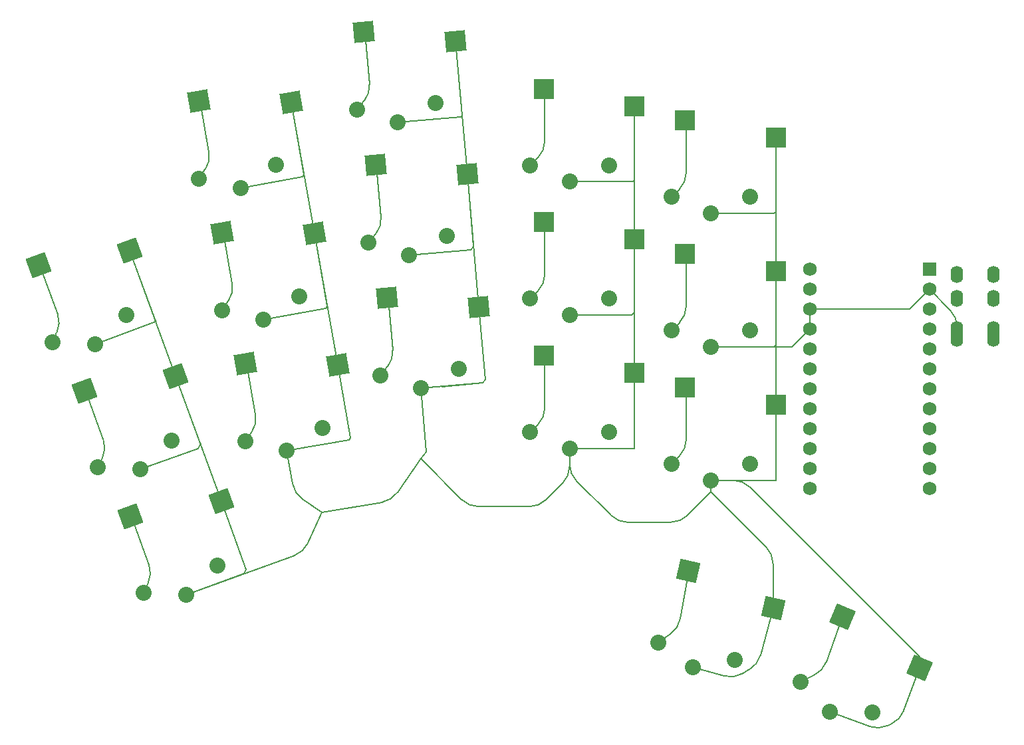
<source format=gbr>
%TF.GenerationSoftware,KiCad,Pcbnew,7.0.9*%
%TF.CreationDate,2023-12-28T22:45:01+01:00*%
%TF.ProjectId,pcb3,70636233-2e6b-4696-9361-645f70636258,v1.0.0*%
%TF.SameCoordinates,Original*%
%TF.FileFunction,Copper,L2,Bot*%
%TF.FilePolarity,Positive*%
%FSLAX46Y46*%
G04 Gerber Fmt 4.6, Leading zero omitted, Abs format (unit mm)*
G04 Created by KiCad (PCBNEW 7.0.9) date 2023-12-28 22:45:01*
%MOMM*%
%LPD*%
G01*
G04 APERTURE LIST*
G04 Aperture macros list*
%AMRotRect*
0 Rectangle, with rotation*
0 The origin of the aperture is its center*
0 $1 length*
0 $2 width*
0 $3 Rotation angle, in degrees counterclockwise*
0 Add horizontal line*
21,1,$1,$2,0,0,$3*%
G04 Aperture macros list end*
%TA.AperFunction,ComponentPad*%
%ADD10C,2.032000*%
%TD*%
%TA.AperFunction,SMDPad,CuDef*%
%ADD11R,2.600000X2.600000*%
%TD*%
%TA.AperFunction,SMDPad,CuDef*%
%ADD12RotRect,2.600000X2.600000X5.000000*%
%TD*%
%TA.AperFunction,SMDPad,CuDef*%
%ADD13RotRect,2.600000X2.600000X20.000000*%
%TD*%
%TA.AperFunction,SMDPad,CuDef*%
%ADD14RotRect,2.600000X2.600000X337.000000*%
%TD*%
%TA.AperFunction,SMDPad,CuDef*%
%ADD15RotRect,2.600000X2.600000X10.000000*%
%TD*%
%TA.AperFunction,ComponentPad*%
%ADD16O,1.600000X2.200000*%
%TD*%
%TA.AperFunction,ComponentPad*%
%ADD17R,1.752600X1.752600*%
%TD*%
%TA.AperFunction,ComponentPad*%
%ADD18C,1.752600*%
%TD*%
%TA.AperFunction,SMDPad,CuDef*%
%ADD19RotRect,2.600000X2.600000X347.000000*%
%TD*%
%TA.AperFunction,Conductor*%
%ADD20C,0.200000*%
%TD*%
G04 APERTURE END LIST*
D10*
%TO.P,S23,1*%
%TO.N,P3*%
X105884449Y-56144949D03*
X96036371Y-57881430D03*
%TO.P,S23,2*%
%TO.N,GND*%
X101325071Y-59081286D03*
X101325071Y-59081286D03*
%TD*%
D11*
%TO.P,S11,1*%
%TO.N,P8*%
X139957188Y-63430688D03*
%TO.P,S11,2*%
%TO.N,GND*%
X151507188Y-65630688D03*
%TD*%
%TO.P,S14,1*%
%TO.N,P0*%
X157957186Y-67464025D03*
%TO.P,S14,2*%
%TO.N,GND*%
X169507186Y-69664025D03*
%TD*%
D12*
%TO.P,S8,1*%
%TO.N,P5*%
X118522023Y-56152549D03*
%TO.P,S8,2*%
%TO.N,GND*%
X130219814Y-57337528D03*
%TD*%
D13*
%TO.P,S2,1*%
%TO.N,P15*%
X81468262Y-84911603D03*
%TO.P,S2,2*%
%TO.N,GND*%
X93074156Y-83028594D03*
%TD*%
D10*
%TO.P,S21,1*%
%TO.N,P19*%
X111788487Y-89628413D03*
X101940409Y-91364894D03*
%TO.P,S21,2*%
%TO.N,GND*%
X107229109Y-92564750D03*
X107229109Y-92564750D03*
%TD*%
%TO.P,S32,1*%
%TO.N,P1*%
X166232192Y-60214023D03*
X156232192Y-60214023D03*
%TO.P,S32,2*%
%TO.N,GND*%
X161232192Y-62314023D03*
X161232192Y-62314023D03*
%TD*%
%TO.P,S19,1*%
%TO.N,P15*%
X92578915Y-91243389D03*
X83181988Y-94663591D03*
%TO.P,S19,2*%
%TO.N,GND*%
X88598694Y-94926844D03*
X88598694Y-94926844D03*
%TD*%
D11*
%TO.P,S12,1*%
%TO.N,P9*%
X139957191Y-46430688D03*
%TO.P,S12,2*%
%TO.N,GND*%
X151507191Y-48630688D03*
%TD*%
D14*
%TO.P,S17,1*%
%TO.N,P10*%
X178005392Y-113656372D03*
%TO.P,S17,2*%
%TO.N,GND*%
X187777614Y-120194427D03*
%TD*%
D15*
%TO.P,S4,1*%
%TO.N,P19*%
X101946133Y-81463476D03*
%TO.P,S4,2*%
%TO.N,GND*%
X113702688Y-81624416D03*
%TD*%
D10*
%TO.P,S33,1*%
%TO.N,P16*%
X164249222Y-119241390D03*
X154505522Y-116991879D03*
%TO.P,S33,2*%
%TO.N,GND*%
X158904975Y-120162811D03*
X158904975Y-120162811D03*
%TD*%
D12*
%TO.P,S9,1*%
%TO.N,P6*%
X117040378Y-39217239D03*
%TO.P,S9,2*%
%TO.N,GND*%
X128738169Y-40402218D03*
%TD*%
D10*
%TO.P,S24,1*%
%TO.N,P4*%
X129096955Y-82079544D03*
X119135008Y-82951102D03*
%TO.P,S24,2*%
%TO.N,GND*%
X124299009Y-84607332D03*
X124299009Y-84607332D03*
%TD*%
D16*
%TO.P,TRRS1,1*%
%TO.N,GND*%
X192582183Y-78214024D03*
X197182183Y-78214024D03*
%TO.P,TRRS1,2*%
X192582183Y-77114024D03*
X197182183Y-77114024D03*
%TO.P,TRRS1,3*%
%TO.N,P21*%
X192582183Y-73114024D03*
X197182183Y-73114024D03*
%TO.P,TRRS1,4*%
%TO.N,VCC*%
X192582183Y-70114024D03*
X197182183Y-70114024D03*
%TD*%
D10*
%TO.P,S29,1*%
%TO.N,P9*%
X148232191Y-56180688D03*
X138232191Y-56180688D03*
%TO.P,S29,2*%
%TO.N,GND*%
X143232191Y-58280688D03*
X143232191Y-58280688D03*
%TD*%
D11*
%TO.P,S13,1*%
%TO.N,P2*%
X157957193Y-84464035D03*
%TO.P,S13,2*%
%TO.N,GND*%
X169507193Y-86664035D03*
%TD*%
D17*
%TO.P,MCU1,1*%
%TO.N,RAW*%
X189052185Y-69444021D03*
D18*
%TO.P,MCU1,2*%
%TO.N,GND*%
X189052185Y-71984021D03*
%TO.P,MCU1,3*%
%TO.N,RST*%
X189052185Y-74524021D03*
%TO.P,MCU1,4*%
%TO.N,VCC*%
X189052185Y-77064021D03*
%TO.P,MCU1,5*%
%TO.N,P21*%
X189052185Y-79604021D03*
%TO.P,MCU1,6*%
%TO.N,P20*%
X189052185Y-82144021D03*
%TO.P,MCU1,7*%
%TO.N,P19*%
X189052185Y-84684021D03*
%TO.P,MCU1,8*%
%TO.N,P18*%
X189052185Y-87224021D03*
%TO.P,MCU1,9*%
%TO.N,P15*%
X189052185Y-89764021D03*
%TO.P,MCU1,10*%
%TO.N,P14*%
X189052185Y-92304021D03*
%TO.P,MCU1,11*%
%TO.N,P16*%
X189052185Y-94844021D03*
%TO.P,MCU1,12*%
%TO.N,P10*%
X189052185Y-97384021D03*
%TO.P,MCU1,13*%
%TO.N,P1*%
X173812185Y-69444021D03*
%TO.P,MCU1,14*%
%TO.N,P0*%
X173812185Y-71984021D03*
%TO.P,MCU1,15*%
%TO.N,GND*%
X173812185Y-74524021D03*
%TO.P,MCU1,16*%
X173812185Y-77064021D03*
%TO.P,MCU1,17*%
%TO.N,P2*%
X173812185Y-79604021D03*
%TO.P,MCU1,18*%
%TO.N,P3*%
X173812185Y-82144021D03*
%TO.P,MCU1,19*%
%TO.N,P4*%
X173812185Y-84684021D03*
%TO.P,MCU1,20*%
%TO.N,P5*%
X173812185Y-87224021D03*
%TO.P,MCU1,21*%
%TO.N,P6*%
X173812185Y-89764021D03*
%TO.P,MCU1,22*%
%TO.N,P7*%
X173812185Y-92304021D03*
%TO.P,MCU1,23*%
%TO.N,P8*%
X173812185Y-94844021D03*
%TO.P,MCU1,24*%
%TO.N,P9*%
X173812185Y-97384021D03*
%TD*%
D10*
%TO.P,S30,1*%
%TO.N,P2*%
X166232193Y-94214035D03*
X156232193Y-94214035D03*
%TO.P,S30,2*%
%TO.N,GND*%
X161232193Y-96314035D03*
X161232193Y-96314035D03*
%TD*%
D13*
%TO.P,S1,1*%
%TO.N,P14*%
X87282607Y-100886380D03*
%TO.P,S1,2*%
%TO.N,GND*%
X98888501Y-99003371D03*
%TD*%
D10*
%TO.P,S18,1*%
%TO.N,P14*%
X98393260Y-107218166D03*
X88996333Y-110638368D03*
%TO.P,S18,2*%
%TO.N,GND*%
X94413039Y-110901621D03*
X94413039Y-110901621D03*
%TD*%
%TO.P,S27,1*%
%TO.N,P7*%
X148232192Y-90180695D03*
X138232192Y-90180695D03*
%TO.P,S27,2*%
%TO.N,GND*%
X143232192Y-92280695D03*
X143232192Y-92280695D03*
%TD*%
D15*
%TO.P,S6,1*%
%TO.N,P3*%
X96042095Y-47980012D03*
%TO.P,S6,2*%
%TO.N,GND*%
X107798650Y-48140952D03*
%TD*%
D10*
%TO.P,S20,1*%
%TO.N,P18*%
X86764572Y-75268616D03*
X77367645Y-78688818D03*
%TO.P,S20,2*%
%TO.N,GND*%
X82784351Y-78952071D03*
X82784351Y-78952071D03*
%TD*%
D19*
%TO.P,S16,1*%
%TO.N,P16*%
X158379583Y-107879811D03*
%TO.P,S16,2*%
%TO.N,GND*%
X169138665Y-112621610D03*
%TD*%
D10*
%TO.P,S28,1*%
%TO.N,P8*%
X148232188Y-73180688D03*
X138232188Y-73180688D03*
%TO.P,S28,2*%
%TO.N,GND*%
X143232188Y-75280688D03*
X143232188Y-75280688D03*
%TD*%
%TO.P,S34,1*%
%TO.N,P10*%
X181812941Y-125864594D03*
X172607892Y-121957283D03*
%TO.P,S34,2*%
%TO.N,GND*%
X176389881Y-125843999D03*
X176389881Y-125843999D03*
%TD*%
D11*
%TO.P,S10,1*%
%TO.N,P7*%
X139957192Y-80430695D03*
%TO.P,S10,2*%
%TO.N,GND*%
X151507192Y-82630695D03*
%TD*%
D13*
%TO.P,S3,1*%
%TO.N,P18*%
X75653919Y-68936830D03*
%TO.P,S3,2*%
%TO.N,GND*%
X87259813Y-67053821D03*
%TD*%
D10*
%TO.P,S25,1*%
%TO.N,P5*%
X127615302Y-65144233D03*
X117653355Y-66015791D03*
%TO.P,S25,2*%
%TO.N,GND*%
X122817356Y-67672021D03*
X122817356Y-67672021D03*
%TD*%
%TO.P,S26,1*%
%TO.N,P6*%
X126133657Y-48208923D03*
X116171710Y-49080481D03*
%TO.P,S26,2*%
%TO.N,GND*%
X121335711Y-50736711D03*
X121335711Y-50736711D03*
%TD*%
%TO.P,S22,1*%
%TO.N,P20*%
X108836465Y-72886681D03*
X98988387Y-74623162D03*
%TO.P,S22,2*%
%TO.N,GND*%
X104277087Y-75823018D03*
X104277087Y-75823018D03*
%TD*%
D12*
%TO.P,S7,1*%
%TO.N,P4*%
X120003676Y-73087860D03*
%TO.P,S7,2*%
%TO.N,GND*%
X131701467Y-74272839D03*
%TD*%
D11*
%TO.P,S15,1*%
%TO.N,P1*%
X157957192Y-50464023D03*
%TO.P,S15,2*%
%TO.N,GND*%
X169507192Y-52664023D03*
%TD*%
D15*
%TO.P,S5,1*%
%TO.N,P20*%
X98994111Y-64721744D03*
%TO.P,S5,2*%
%TO.N,GND*%
X110750666Y-64882684D03*
%TD*%
D10*
%TO.P,S31,1*%
%TO.N,P0*%
X166232186Y-77214025D03*
X156232186Y-77214025D03*
%TO.P,S31,2*%
%TO.N,GND*%
X161232186Y-79314025D03*
X161232186Y-79314025D03*
%TD*%
D20*
%TO.N,GND*%
X161232186Y-79314025D02*
X171562181Y-79314025D01*
X171562181Y-79314025D02*
X173812185Y-77064021D01*
X169507185Y-69664022D02*
X169507186Y-79081132D01*
X169507186Y-79081132D02*
X169519840Y-79093786D01*
X169519840Y-79093786D02*
X169299596Y-79314025D01*
X169299596Y-79314025D02*
X161232188Y-79314023D01*
X161232188Y-79314023D02*
X161232186Y-79314025D01*
%TO.N,P14*%
X87282603Y-100886376D02*
X87442819Y-100961088D01*
X87442819Y-100961088D02*
X89677018Y-107099499D01*
X89576859Y-109393417D02*
X88996334Y-110638367D01*
X89576862Y-109393418D02*
G75*
G03*
X89677018Y-107099499I-2718922J1267858D01*
G01*
%TO.N,GND*%
X115167778Y-91164946D02*
X107229105Y-92564754D01*
X187777615Y-118782156D02*
X166188167Y-97192714D01*
X121302946Y-97861766D02*
X124299011Y-93582942D01*
X129398700Y-50031291D02*
X121335709Y-50736711D01*
X151507190Y-92281138D02*
X151506742Y-92280694D01*
X169507188Y-69664024D02*
X169507188Y-70219025D01*
X158904979Y-120162814D02*
X162939462Y-121243849D01*
X161232191Y-97793645D02*
X161232192Y-96314033D01*
X107798649Y-48140954D02*
X109437217Y-57433725D01*
X173812185Y-77064021D02*
X173707746Y-77064021D01*
X168259992Y-104821442D02*
X161232191Y-97793645D01*
X169507192Y-86664031D02*
X169507191Y-96281136D01*
X138128314Y-99654886D02*
X131613592Y-99654885D01*
X169507192Y-52664028D02*
X169507190Y-62081136D01*
X169507192Y-69664023D02*
X169507188Y-69664024D01*
X173841116Y-74524021D02*
X173904431Y-74460706D01*
X169499585Y-96314030D02*
X161232190Y-96314030D01*
X169507191Y-96281136D02*
X169519838Y-96293786D01*
X131701467Y-74272840D02*
X131689293Y-74133675D01*
X132509294Y-83506355D02*
X132162757Y-83919345D01*
X151132932Y-75280687D02*
X143232191Y-75280689D01*
X191703511Y-74635348D02*
X189052192Y-71984022D01*
X130681114Y-66984031D02*
X122817358Y-67672017D01*
X110750666Y-64882684D02*
X113702685Y-81624412D01*
X151507186Y-74881139D02*
X151519835Y-74893786D01*
X151519837Y-58093787D02*
X151332933Y-58280693D01*
X115341258Y-90917187D02*
X115167778Y-91164946D01*
X131689293Y-74133675D02*
X131308904Y-73814494D01*
X151507188Y-65630689D02*
X151507190Y-82630689D01*
X173812185Y-74524021D02*
X173841116Y-74524021D01*
X102046015Y-107678592D02*
X101796176Y-108214379D01*
X151519835Y-74893786D02*
X151132932Y-75280687D01*
X107798647Y-48140957D02*
X107798649Y-48140954D01*
X130219815Y-57337529D02*
X128738169Y-40402220D01*
X148492275Y-100776206D02*
X144110868Y-96394804D01*
X187777610Y-120194426D02*
X185796766Y-125636761D01*
X93074156Y-83028596D02*
X96193632Y-91599290D01*
X143232190Y-92280692D02*
X143232188Y-94273479D01*
X169507192Y-52664025D02*
X169507192Y-69664023D01*
X169299598Y-62314023D02*
X161232191Y-62314021D01*
X187777610Y-120194426D02*
X187777615Y-118782156D01*
X109263737Y-57681490D02*
X101325071Y-59081287D01*
X96193632Y-91599290D02*
X96264918Y-91632529D01*
X192582184Y-77114020D02*
X192582188Y-76756666D01*
X151507191Y-65630690D02*
X151507186Y-74881139D01*
X173704431Y-77060707D02*
X173812186Y-76952951D01*
X132162755Y-83919343D02*
X132162757Y-83919345D01*
X131027645Y-66571052D02*
X130681114Y-66984031D01*
X186575500Y-74460707D02*
X189052185Y-71984021D01*
X131701472Y-74272844D02*
X132509294Y-83506355D01*
X130219817Y-57337528D02*
X131027645Y-66571052D01*
X151507192Y-48630688D02*
X151507197Y-58081140D01*
X181423457Y-127676067D02*
X176389881Y-125843998D01*
X113702689Y-81624416D02*
X115341258Y-90917187D01*
X151507197Y-58081140D02*
X151519837Y-58093787D01*
X173904431Y-74460706D02*
X186575500Y-74460707D01*
X131701467Y-74272840D02*
X130219820Y-57337536D01*
X112215757Y-74423220D02*
X104277091Y-75823021D01*
X161232191Y-97793645D02*
X158249634Y-100776204D01*
X169519838Y-96293786D02*
X169499585Y-96314030D01*
X169138670Y-112621610D02*
X169138669Y-106942762D01*
X151332933Y-58280693D02*
X143232189Y-58280686D01*
X156128313Y-101654884D02*
X150613596Y-101654885D01*
X184245545Y-127329621D02*
X183717372Y-127575913D01*
X128738169Y-40402220D02*
X128738169Y-40402218D01*
X164066847Y-96314033D02*
X161232192Y-96314033D01*
X173707746Y-77064021D02*
X173704431Y-77060707D01*
X87259814Y-67053823D02*
X93074155Y-83028594D01*
X90543369Y-76128024D02*
X82784354Y-78952071D01*
X151506742Y-92280694D02*
X143232190Y-92280692D01*
X95981833Y-92239604D02*
X88598701Y-94926846D01*
X96264918Y-91632529D02*
X95981833Y-92239604D01*
X110750665Y-64882684D02*
X112389233Y-74175467D01*
X169507192Y-86664032D02*
X169507190Y-86664037D01*
X142353512Y-96672328D02*
X140249635Y-98776205D01*
X94413036Y-110901619D02*
X108215032Y-105878107D01*
X169507188Y-69664024D02*
X169507192Y-86664032D01*
X151507189Y-48630687D02*
X151507188Y-65630689D01*
X113702685Y-81624412D02*
X113702690Y-81624417D01*
X98888500Y-99003366D02*
X102046015Y-107678592D01*
X130219820Y-57337536D02*
X130219815Y-57337529D01*
X90587379Y-76033633D02*
X90543369Y-76128024D01*
X87259815Y-67053820D02*
X90516099Y-76000396D01*
X107229113Y-92564748D02*
X107965988Y-96743772D01*
X167540066Y-118587687D02*
X169138669Y-112621610D01*
X128738171Y-40402220D02*
X129563434Y-49834980D01*
X101796176Y-108214379D02*
X94413036Y-110901619D01*
X111718520Y-100443992D02*
X119366435Y-99095457D01*
X124299011Y-93582942D02*
X125010129Y-92735465D01*
X125010129Y-92735465D02*
X124299009Y-84607331D01*
X110750666Y-64882684D02*
X107798647Y-48140957D01*
X129563434Y-49834980D02*
X129398700Y-50031291D01*
X169519834Y-62093784D02*
X169299598Y-62314023D01*
X173812186Y-76952951D02*
X173812185Y-74524021D01*
X165215916Y-120944147D02*
X166142284Y-120409305D01*
X109907898Y-104326882D02*
X111718520Y-100443992D01*
X124299009Y-84607331D02*
X132162755Y-83919343D01*
X169507190Y-62081136D02*
X169519834Y-62093784D01*
X90516099Y-76000396D02*
X90587379Y-76033633D01*
X129492271Y-98776204D02*
X124299011Y-93582942D01*
X109199681Y-98680282D02*
X111718520Y-100443992D01*
X112389233Y-74175467D02*
X112215757Y-74423220D01*
X93074156Y-83028595D02*
X98888499Y-99003368D01*
X132162757Y-83919345D02*
X127037545Y-84367741D01*
X87259814Y-67053823D02*
X87259815Y-67053820D01*
X151507193Y-82630689D02*
X151507190Y-92281138D01*
X143232190Y-92280692D02*
X143232190Y-94551008D01*
X109437217Y-57433725D02*
X109263737Y-57681490D01*
X138128314Y-99654899D02*
G75*
G03*
X140249635Y-98776205I-14J2999999D01*
G01*
X129492278Y-98776197D02*
G75*
G03*
X131613592Y-99654885I2121322J2121297D01*
G01*
X184245543Y-127329617D02*
G75*
G03*
X185796766Y-125636761I-1267843J2718917D01*
G01*
X143232204Y-94273479D02*
G75*
G03*
X144110868Y-96394804I2999996J-21D01*
G01*
X156128313Y-101654898D02*
G75*
G03*
X158249634Y-100776204I-13J2999998D01*
G01*
X107965967Y-96743776D02*
G75*
G03*
X109199681Y-98680282I2954433J520976D01*
G01*
X166142274Y-120409287D02*
G75*
G03*
X167540065Y-118587687I-1499974J2598087D01*
G01*
X142353505Y-96672321D02*
G75*
G03*
X143232190Y-94551008I-2121305J2121321D01*
G01*
X93074156Y-83028595D02*
X93074156Y-83028595D01*
X181423452Y-127676079D02*
G75*
G03*
X183717372Y-127575912I1026048J2819079D01*
G01*
X192582186Y-76756666D02*
G75*
G03*
X191703511Y-74635348I-3000086J-34D01*
G01*
X119366432Y-99095438D02*
G75*
G03*
X121302945Y-97861766I-520932J2954438D01*
G01*
X162939461Y-121243854D02*
G75*
G03*
X165215916Y-120944147I776439J2897854D01*
G01*
X108215041Y-105878133D02*
G75*
G03*
X109907898Y-104326882I-1026141J2819133D01*
G01*
X148492281Y-100776200D02*
G75*
G03*
X150613596Y-101654885I2121319J2121300D01*
G01*
X166188138Y-97192743D02*
G75*
G03*
X164066847Y-96314033I-2121338J-2121257D01*
G01*
X169138706Y-106942762D02*
G75*
G03*
X168259992Y-104821442I-3000006J-38D01*
G01*
%TO.N,P15*%
X81468266Y-84911606D02*
X81628476Y-84986315D01*
X83762516Y-93418643D02*
X83181987Y-94663594D01*
X81628476Y-84986315D02*
X83862676Y-91124724D01*
X83762529Y-93418649D02*
G75*
G03*
X83862675Y-91124724I-2718929J1267849D01*
G01*
%TO.N,P18*%
X75653920Y-68936831D02*
X75814133Y-69011542D01*
X77948180Y-77443870D02*
X77367646Y-78688820D01*
X75814133Y-69011542D02*
X78048329Y-75149951D01*
X77948164Y-77443863D02*
G75*
G03*
X78048329Y-75149951I-2718864J1267863D01*
G01*
%TO.N,P19*%
X101946132Y-81463474D02*
X102090941Y-81564870D01*
X102728305Y-90239663D02*
X101940408Y-91364891D01*
X102090941Y-81564870D02*
X103225273Y-87997989D01*
X102728278Y-90239644D02*
G75*
G03*
X103225272Y-87997989I-2457378J1720744D01*
G01*
%TO.N,P20*%
X99138915Y-64823135D02*
X100273250Y-71256259D01*
X99776286Y-73497930D02*
X98988393Y-74623163D01*
X98994110Y-64721744D02*
X99138915Y-64823135D01*
X99776286Y-73497930D02*
G75*
G03*
X100273249Y-71256259I-2457486J1720730D01*
G01*
%TO.N,P3*%
X96186906Y-48081411D02*
X97321238Y-54514527D01*
X96042099Y-47980011D02*
X96186906Y-48081411D01*
X96042099Y-47980011D02*
X96034635Y-47937712D01*
X96824270Y-56756196D02*
X96036375Y-57881434D01*
X96034635Y-47937712D02*
X96256837Y-47620384D01*
X96824278Y-56756202D02*
G75*
G03*
X97321237Y-54514527I-2457378J1720702D01*
G01*
%TO.N,P4*%
X120139098Y-73201490D02*
X120708429Y-79708990D01*
X120017976Y-81898820D02*
X119135008Y-82951106D01*
X120003679Y-73087865D02*
X120139098Y-73201490D01*
X120017991Y-81898833D02*
G75*
G03*
X120708428Y-79708990I-2298091J1928333D01*
G01*
%TO.N,P5*%
X118657444Y-56266178D02*
X119226778Y-62773678D01*
X118536324Y-64963513D02*
X117653361Y-66015788D01*
X118522024Y-56152546D02*
X118657444Y-56266178D01*
X118536296Y-64963490D02*
G75*
G03*
X119226777Y-62773678I-2298096J1928390D01*
G01*
%TO.N,P6*%
X117040379Y-39217243D02*
X117175799Y-39330870D01*
X117175799Y-39330870D02*
X117745130Y-45838372D01*
X117054681Y-48028202D02*
X116171713Y-49080484D01*
X117054648Y-48028174D02*
G75*
G03*
X117745129Y-45838372I-2298048J1928374D01*
G01*
%TO.N,P7*%
X139957193Y-80430690D02*
X140082193Y-80555691D01*
X140082193Y-80555691D02*
X140082190Y-87088051D01*
X139203511Y-89209368D02*
X138232191Y-90180692D01*
X139203535Y-89209392D02*
G75*
G03*
X140082190Y-87088051I-2121335J2121292D01*
G01*
%TO.N,P8*%
X139203511Y-72209364D02*
X138232194Y-73180690D01*
X139957190Y-63430689D02*
X140082188Y-63555688D01*
X140082188Y-63555688D02*
X140082187Y-70088048D01*
X139203535Y-72209388D02*
G75*
G03*
X140082187Y-70088048I-2121335J2121288D01*
G01*
%TO.N,P9*%
X140082192Y-46555690D02*
X140082187Y-53088046D01*
X139957193Y-46430691D02*
X140082192Y-46555690D01*
X139203510Y-55209371D02*
X138232191Y-56180686D01*
X139203531Y-55209392D02*
G75*
G03*
X140082187Y-53088046I-2121331J2121292D01*
G01*
%TO.N,P2*%
X158082192Y-84589034D02*
X158082189Y-91121393D01*
X157957194Y-84464039D02*
X158082192Y-84589034D01*
X157203513Y-93242713D02*
X156232192Y-94214032D01*
X157203513Y-93242713D02*
G75*
G03*
X158082189Y-91121393I-2121313J2121313D01*
G01*
%TO.N,P0*%
X157957182Y-67464027D02*
X158082188Y-67589023D01*
X158082188Y-67589023D02*
X158082189Y-74121387D01*
X157203506Y-76242702D02*
X156232189Y-77214028D01*
X157203515Y-76242711D02*
G75*
G03*
X158082189Y-74121387I-2121315J2121311D01*
G01*
%TO.N,P1*%
X157957192Y-50464022D02*
X158082191Y-50589023D01*
X157203512Y-59242702D02*
X156232188Y-60214028D01*
X158082191Y-50589023D02*
X158082194Y-57121381D01*
X157203521Y-59242711D02*
G75*
G03*
X158082194Y-57121381I-2121321J2121311D01*
G01*
%TO.N,P16*%
X156088508Y-115883467D02*
X154505522Y-116991877D01*
X158389500Y-107893972D02*
X157322204Y-113946949D01*
X158379586Y-107879811D02*
X158389500Y-107893972D01*
X156088523Y-115883488D02*
G75*
G03*
X157322204Y-113946949I-1720823J2457488D01*
G01*
%TO.N,P10*%
X178012696Y-113672042D02*
X175910523Y-119447726D01*
X174359295Y-121140589D02*
X172607894Y-121957283D01*
X178005392Y-113656374D02*
X178012696Y-113672042D01*
X174359314Y-121140629D02*
G75*
G03*
X175910522Y-119447726I-1267914J2718929D01*
G01*
%TD*%
M02*

</source>
